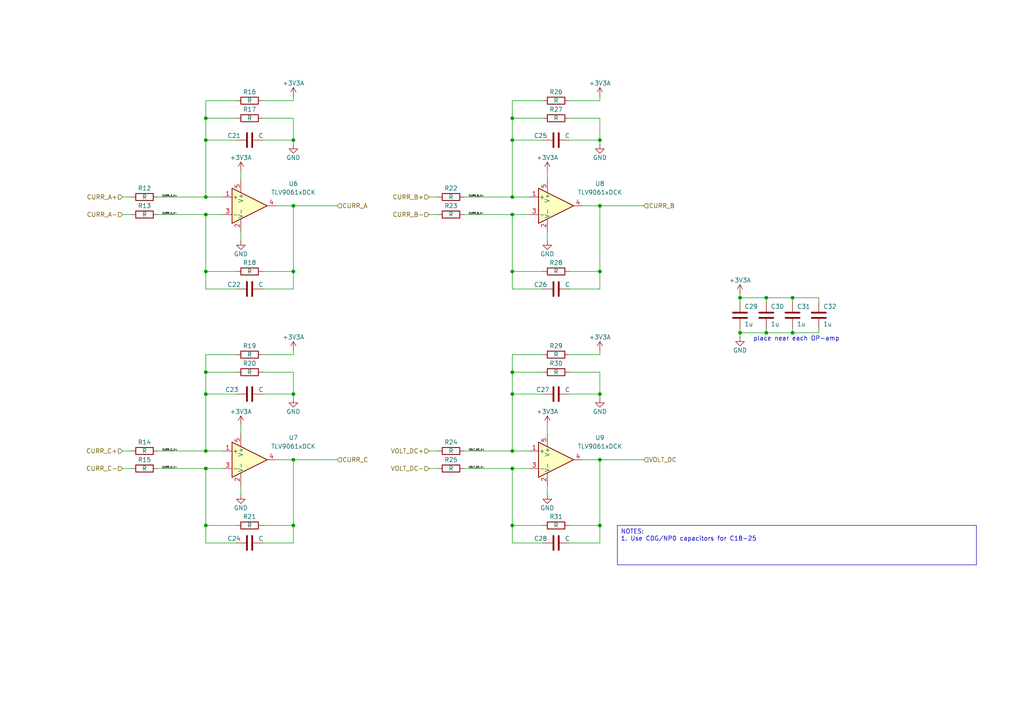
<source format=kicad_sch>
(kicad_sch (version 20250114) (generator "eeschema") (generator_version "9.0")
  (paper "A4")
  (lib_symbols
    (symbol "Amplifier_Operational:TLV9061xDCK" (pin_names (offset 0.127))
      (property "Reference" "U" (at 7.62 2.54 0))
      (property "Value" "TLV9061xDCK" (at 11.43 -2.54 0))
      (symbol "TLV9061xDCK_0_1"
        (polyline (pts (xy -2.54 5.08) (xy -2.54 -5.08) (xy 7.62 0) (xy -2.54 5.08)) (stroke (width 0.254)) (fill (type background)))
      )
      (symbol "TLV9061xDCK_1_1"
        (pin input line (at -5.08 2.54 0) (length 2.54) (name "+") (number "1"))
        (pin input line (at -5.08 -2.54 0) (length 2.54) (name "-") (number "3"))
        (pin power_in line (at 0 7.62 270) (length 3.81) (name "V+") (number "5"))
        (pin power_in line (at 0 -7.62 90) (length 3.81) (name "V-") (number "2"))
        (pin output line (at 10.16 0 180) (length 2.54) (name "~") (number "4"))
      )
    )
    (symbol "Device:C" (pin_numbers (hide yes)) (pin_names (offset 0.254))
      (property "Reference" "C" (at 0.635 2.54 0))
      (property "Value" "C" (at 0.635 -2.54 0))
      (symbol "C_0_1"
        (polyline (pts (xy -2.032 0.762) (xy 2.032 0.762)) (stroke (width 0.508)))
        (polyline (pts (xy -2.032 -0.762) (xy 2.032 -0.762)) (stroke (width 0.508)))
      )
      (symbol "C_1_1"
        (pin passive line (at 0 3.81 270) (length 2.794) (name "~") (number "1"))
        (pin passive line (at 0 -3.81 90) (length 2.794) (name "~") (number "2"))
      )
    )
    (symbol "Device:R" (pin_numbers (hide yes)) (pin_names (offset 0))
      (property "Reference" "R" (at 2.032 0 90))
      (property "Value" "R" (at 0 0 90))
      (symbol "R_0_1"
        (rectangle (start -1.016 -2.54) (end 1.016 2.54) (stroke (width 0.254)))
      )
      (symbol "R_1_1"
        (pin passive line (at 0 3.81 270) (length 1.27) (name "~") (number "1"))
        (pin passive line (at 0 -3.81 90) (length 1.27) (name "~") (number "2"))
      )
    )
    (symbol "power:+3.3VA" (power) (pin_numbers (hide yes)) (pin_names (offset 0) (hide yes))
      (property "Value" "+3.3VA" (at 0 3.556 0))
      (symbol "+3.3VA_0_1"
        (polyline (pts (xy -0.762 1.27) (xy 0 2.54)))
        (polyline (pts (xy 0 2.54) (xy 0.762 1.27)))
        (polyline (pts (xy 0 0) (xy 0 2.54)))
      )
      (symbol "+3.3VA_1_1"
        (pin power_in line (at 0 0 90) (length 0) (name "~") (number "1"))
      )
    )
    (symbol "power:GND" (power) (pin_numbers (hide yes)) (pin_names (offset 0) (hide yes))
      (property "Value" "GND" (at 0 -3.81 0))
      (symbol "GND_0_1"
        (polyline (pts (xy 0 0) (xy 0 -1.27) (xy 1.27 -1.27) (xy 0 -2.54) (xy -1.27 -1.27) (xy 0 -1.27)))
      )
      (symbol "GND_1_1"
        (pin power_in line (at 0 0 270) (length 0) (name "~") (number "1"))
      )
    )
  )
  (text "place near each OP-amp" (at 218.44 99.06 0) (effects (font (size 1.27 1.27)) (justify left bottom)))
  (text_box "NOTES:\n1. Use C0G/NP0 capacitors for C18-25" (at 179.07 152.4 0) (size 104.14 11.43) (margins 0.9525 0.9525 0.9525 0.9525) (effects (font (size 1.27 1.27)) (justify left top)))
  (junction (at 148.59 135.89))
  (junction (at 173.99 133.35))
  (junction (at 85.09 114.3))
  (junction (at 148.59 57.15))
  (junction (at 173.99 152.4))
  (junction (at 229.87 86.36))
  (junction (at 59.69 135.89))
  (junction (at 173.99 59.69))
  (junction (at 85.09 40.64))
  (junction (at 59.69 57.15))
  (junction (at 59.69 152.4))
  (junction (at 222.25 96.52))
  (junction (at 59.69 78.74))
  (junction (at 59.69 107.95))
  (junction (at 148.59 78.74))
  (junction (at 148.59 152.4))
  (junction (at 59.69 114.3))
  (junction (at 148.59 40.64))
  (junction (at 148.59 114.3))
  (junction (at 214.63 96.52))
  (junction (at 173.99 78.74))
  (junction (at 173.99 40.64))
  (junction (at 214.63 86.36))
  (junction (at 59.69 130.81))
  (junction (at 148.59 107.95))
  (junction (at 85.09 152.4))
  (junction (at 148.59 62.23))
  (junction (at 229.87 96.52))
  (junction (at 85.09 133.35))
  (junction (at 85.09 78.74))
  (junction (at 59.69 62.23))
  (junction (at 85.09 59.69))
  (junction (at 173.99 114.3))
  (junction (at 59.69 40.64))
  (junction (at 148.59 130.81))
  (junction (at 148.59 34.29))
  (junction (at 59.69 34.29))
  (junction (at 222.25 86.36))
  (wire (pts (xy 173.99 114.3) (xy 173.99 115.57)))
  (wire (pts (xy 148.59 152.4) (xy 148.59 157.48)))
  (wire (pts (xy 85.09 107.95) (xy 85.09 114.3)))
  (wire (pts (xy 214.63 86.36) (xy 214.63 87.63)))
  (wire (pts (xy 165.1 114.3) (xy 173.99 114.3)))
  (wire (pts (xy 134.62 130.81) (xy 148.59 130.81)))
  (wire (pts (xy 76.2 152.4) (xy 85.09 152.4)))
  (wire (pts (xy 157.48 34.29) (xy 148.59 34.29)))
  (wire (pts (xy 59.69 107.95) (xy 59.69 114.3)))
  (wire (pts (xy 38.1 57.15) (xy 35.56 57.15)))
  (wire (pts (xy 127 57.15) (xy 124.46 57.15)))
  (wire (pts (xy 222.25 96.52) (xy 229.87 96.52)))
  (wire (pts (xy 59.69 135.89) (xy 59.69 152.4)))
  (wire (pts (xy 148.59 135.89) (xy 148.59 152.4)))
  (wire (pts (xy 127 130.81) (xy 124.46 130.81)))
  (wire (pts (xy 59.69 34.29) (xy 59.69 40.64)))
  (wire (pts (xy 148.59 29.21) (xy 148.59 34.29)))
  (wire (pts (xy 45.72 57.15) (xy 59.69 57.15)))
  (wire (pts (xy 85.09 34.29) (xy 76.2 34.29)))
  (wire (pts (xy 69.85 123.19) (xy 69.85 125.73)))
  (wire (pts (xy 76.2 78.74) (xy 85.09 78.74)))
  (wire (pts (xy 134.62 135.89) (xy 148.59 135.89)))
  (wire (pts (xy 222.25 95.25) (xy 222.25 96.52)))
  (wire (pts (xy 229.87 86.36) (xy 237.49 86.36)))
  (wire (pts (xy 59.69 130.81) (xy 64.77 130.81)))
  (wire (pts (xy 158.75 49.53) (xy 158.75 52.07)))
  (wire (pts (xy 59.69 152.4) (xy 68.58 152.4)))
  (wire (pts (xy 148.59 130.81) (xy 153.67 130.81)))
  (wire (pts (xy 173.99 34.29) (xy 173.99 40.64)))
  (wire (pts (xy 173.99 29.21) (xy 165.1 29.21)))
  (wire (pts (xy 85.09 78.74) (xy 85.09 83.82)))
  (wire (pts (xy 165.1 152.4) (xy 173.99 152.4)))
  (wire (pts (xy 237.49 87.63) (xy 237.49 86.36)))
  (wire (pts (xy 85.09 41.91) (xy 85.09 40.64)))
  (wire (pts (xy 80.01 133.35) (xy 85.09 133.35)))
  (wire (pts (xy 68.58 102.87) (xy 59.69 102.87)))
  (wire (pts (xy 85.09 102.87) (xy 76.2 102.87)))
  (wire (pts (xy 148.59 34.29) (xy 148.59 40.64)))
  (wire (pts (xy 59.69 114.3) (xy 68.58 114.3)))
  (wire (pts (xy 148.59 114.3) (xy 148.59 130.81)))
  (wire (pts (xy 173.99 27.94) (xy 173.99 29.21)))
  (wire (pts (xy 59.69 62.23) (xy 64.77 62.23)))
  (wire (pts (xy 85.09 59.69) (xy 97.79 59.69)))
  (wire (pts (xy 76.2 114.3) (xy 85.09 114.3)))
  (wire (pts (xy 229.87 95.25) (xy 229.87 96.52)))
  (wire (pts (xy 69.85 143.51) (xy 69.85 140.97)))
  (wire (pts (xy 68.58 157.48) (xy 59.69 157.48)))
  (wire (pts (xy 85.09 29.21) (xy 76.2 29.21)))
  (wire (pts (xy 80.01 59.69) (xy 85.09 59.69)))
  (wire (pts (xy 173.99 133.35) (xy 186.69 133.35)))
  (wire (pts (xy 38.1 130.81) (xy 35.56 130.81)))
  (wire (pts (xy 35.56 62.23) (xy 38.1 62.23)))
  (wire (pts (xy 85.09 34.29) (xy 85.09 40.64)))
  (wire (pts (xy 124.46 62.23) (xy 127 62.23)))
  (wire (pts (xy 148.59 114.3) (xy 157.48 114.3)))
  (wire (pts (xy 85.09 59.69) (xy 85.09 78.74)))
  (wire (pts (xy 85.09 101.6) (xy 85.09 102.87)))
  (wire (pts (xy 173.99 34.29) (xy 165.1 34.29)))
  (wire (pts (xy 237.49 95.25) (xy 237.49 96.52)))
  (wire (pts (xy 69.85 69.85) (xy 69.85 67.31)))
  (wire (pts (xy 165.1 40.64) (xy 173.99 40.64)))
  (wire (pts (xy 168.91 133.35) (xy 173.99 133.35)))
  (wire (pts (xy 165.1 83.82) (xy 173.99 83.82)))
  (wire (pts (xy 59.69 78.74) (xy 68.58 78.74)))
  (wire (pts (xy 157.48 107.95) (xy 148.59 107.95)))
  (wire (pts (xy 165.1 78.74) (xy 173.99 78.74)))
  (wire (pts (xy 148.59 78.74) (xy 148.59 83.82)))
  (wire (pts (xy 148.59 102.87) (xy 148.59 107.95)))
  (wire (pts (xy 165.1 157.48) (xy 173.99 157.48)))
  (wire (pts (xy 158.75 123.19) (xy 158.75 125.73)))
  (wire (pts (xy 173.99 78.74) (xy 173.99 83.82)))
  (wire (pts (xy 173.99 59.69) (xy 186.69 59.69)))
  (wire (pts (xy 68.58 29.21) (xy 59.69 29.21)))
  (wire (pts (xy 148.59 57.15) (xy 153.67 57.15)))
  (wire (pts (xy 68.58 34.29) (xy 59.69 34.29)))
  (wire (pts (xy 59.69 135.89) (xy 64.77 135.89)))
  (wire (pts (xy 69.85 49.53) (xy 69.85 52.07)))
  (wire (pts (xy 134.62 57.15) (xy 148.59 57.15)))
  (wire (pts (xy 68.58 83.82) (xy 59.69 83.82)))
  (wire (pts (xy 148.59 135.89) (xy 153.67 135.89)))
  (wire (pts (xy 157.48 157.48) (xy 148.59 157.48)))
  (wire (pts (xy 85.09 152.4) (xy 85.09 157.48)))
  (wire (pts (xy 45.72 135.89) (xy 59.69 135.89)))
  (wire (pts (xy 214.63 86.36) (xy 222.25 86.36)))
  (wire (pts (xy 76.2 157.48) (xy 85.09 157.48)))
  (wire (pts (xy 148.59 62.23) (xy 148.59 78.74)))
  (wire (pts (xy 168.91 59.69) (xy 173.99 59.69)))
  (wire (pts (xy 148.59 107.95) (xy 148.59 114.3)))
  (wire (pts (xy 148.59 62.23) (xy 153.67 62.23)))
  (wire (pts (xy 85.09 107.95) (xy 76.2 107.95)))
  (wire (pts (xy 45.72 62.23) (xy 59.69 62.23)))
  (wire (pts (xy 59.69 78.74) (xy 59.69 83.82)))
  (wire (pts (xy 35.56 135.89) (xy 38.1 135.89)))
  (wire (pts (xy 173.99 107.95) (xy 173.99 114.3)))
  (wire (pts (xy 173.99 107.95) (xy 165.1 107.95)))
  (wire (pts (xy 173.99 101.6) (xy 173.99 102.87)))
  (wire (pts (xy 173.99 102.87) (xy 165.1 102.87)))
  (wire (pts (xy 85.09 27.94) (xy 85.09 29.21)))
  (wire (pts (xy 59.69 152.4) (xy 59.69 157.48)))
  (wire (pts (xy 59.69 114.3) (xy 59.69 130.81)))
  (wire (pts (xy 68.58 107.95) (xy 59.69 107.95)))
  (wire (pts (xy 59.69 29.21) (xy 59.69 34.29)))
  (wire (pts (xy 59.69 62.23) (xy 59.69 78.74)))
  (wire (pts (xy 222.25 86.36) (xy 222.25 87.63)))
  (wire (pts (xy 124.46 135.89) (xy 127 135.89)))
  (wire (pts (xy 158.75 69.85) (xy 158.75 67.31)))
  (wire (pts (xy 173.99 133.35) (xy 173.99 152.4)))
  (wire (pts (xy 173.99 152.4) (xy 173.99 157.48)))
  (wire (pts (xy 229.87 96.52) (xy 237.49 96.52)))
  (wire (pts (xy 158.75 143.51) (xy 158.75 140.97)))
  (wire (pts (xy 173.99 41.91) (xy 173.99 40.64)))
  (wire (pts (xy 45.72 130.81) (xy 59.69 130.81)))
  (wire (pts (xy 59.69 40.64) (xy 59.69 57.15)))
  (wire (pts (xy 59.69 40.64) (xy 68.58 40.64)))
  (wire (pts (xy 85.09 114.3) (xy 85.09 115.57)))
  (wire (pts (xy 134.62 62.23) (xy 148.59 62.23)))
  (wire (pts (xy 148.59 78.74) (xy 157.48 78.74)))
  (wire (pts (xy 76.2 40.64) (xy 85.09 40.64)))
  (wire (pts (xy 148.59 152.4) (xy 157.48 152.4)))
  (wire (pts (xy 85.09 133.35) (xy 97.79 133.35)))
  (wire (pts (xy 214.63 95.25) (xy 214.63 96.52)))
  (wire (pts (xy 214.63 96.52) (xy 214.63 97.79)))
  (wire (pts (xy 59.69 57.15) (xy 64.77 57.15)))
  (wire (pts (xy 229.87 86.36) (xy 229.87 87.63)))
  (wire (pts (xy 214.63 96.52) (xy 222.25 96.52)))
  (wire (pts (xy 85.09 133.35) (xy 85.09 152.4)))
  (wire (pts (xy 222.25 86.36) (xy 229.87 86.36)))
  (wire (pts (xy 157.48 102.87) (xy 148.59 102.87)))
  (wire (pts (xy 173.99 59.69) (xy 173.99 78.74)))
  (wire (pts (xy 148.59 40.64) (xy 157.48 40.64)))
  (wire (pts (xy 76.2 83.82) (xy 85.09 83.82)))
  (wire (pts (xy 148.59 40.64) (xy 148.59 57.15)))
  (wire (pts (xy 59.69 102.87) (xy 59.69 107.95)))
  (wire (pts (xy 157.48 83.82) (xy 148.59 83.82)))
  (wire (pts (xy 214.63 85.09) (xy 214.63 86.36)))
  (wire (pts (xy 157.48 29.21) (xy 148.59 29.21)))
  (label "CURR_A_V-" (at 46.99 62.23 0) (effects (font (size 0.5 0.5))))
  (label "CURR_B_V-" (at 135.89 62.23 0) (effects (font (size 0.5 0.5))))
  (label "VOLT_DC_V+" (at 135.89 130.81 0) (effects (font (size 0.5 0.5))))
  (label "VOLT_DC_V-" (at 135.89 135.89 0) (effects (font (size 0.5 0.5))))
  (label "CURR_C_V+" (at 46.99 130.81 0) (effects (font (size 0.5 0.5))))
  (label "CURR_B_V+" (at 135.89 57.15 0) (effects (font (size 0.5 0.5))))
  (label "CURR_A_V+" (at 46.99 57.15 0) (effects (font (size 0.5 0.5))))
  (label "CURR_C_V-" (at 46.99 135.89 0) (effects (font (size 0.5 0.5))))
  (hierarchical_label "VOLT_DC-" (shape input) (at 124.46 135.89 180))
  (hierarchical_label "CURR_C" (shape input) (at 97.79 133.35 0))
  (hierarchical_label "CURR_A+" (shape input) (at 35.56 57.15 180))
  (hierarchical_label "CURR_B-" (shape input) (at 124.46 62.23 180))
  (hierarchical_label "CURR_C-" (shape input) (at 35.56 135.89 180))
  (hierarchical_label "CURR_A" (shape input) (at 97.79 59.69 0))
  (hierarchical_label "VOLT_DC" (shape input) (at 186.69 133.35 0))
  (hierarchical_label "CURR_C+" (shape input) (at 35.56 130.81 180))
  (hierarchical_label "CURR_A-" (shape input) (at 35.56 62.23 180))
  (hierarchical_label "VOLT_DC+" (shape input) (at 124.46 130.81 180))
  (hierarchical_label "CURR_B+" (shape input) (at 124.46 57.15 180))
  (hierarchical_label "CURR_B" (shape input) (at 186.69 59.69 0))
  (symbol (lib_id "Device:C") (at 72.39 83.82 90) (unit 1)
    (property "Reference" "C22" (at 69.85 82.55 90) (effects (justify left)))
    (property "Value" "C" (at 74.93 82.55 90) (effects (justify right)))
    (property "Footprint" "Capacitor_SMD:C_0603_1608Metric" (effects (hide yes)))
    (property "Description" "Unpolarized capacitor" (effects (hide yes)))
  )
  (symbol (lib_id "power:GND") (at 85.09 115.57 0) (unit 1)
    (property "Reference" "#PWR077" (effects (hide yes)))
    (property "Value" "GND" (at 85.09 119.38 0))
    (property "Description" "Power symbol creates a global label with name \"GND\" , ground" (effects (hide yes)))
  )
  (symbol (lib_id "Device:C") (at 161.29 157.48 90) (unit 1)
    (property "Reference" "C28" (at 158.75 156.21 90) (effects (justify left)))
    (property "Value" "C" (at 163.83 156.21 90) (effects (justify right)))
    (property "Footprint" "Capacitor_SMD:C_0603_1608Metric" (effects (hide yes)))
    (property "Description" "Unpolarized capacitor" (effects (hide yes)))
  )
  (symbol (lib_id "Device:C") (at 72.39 114.3 90) (unit 1)
    (property "Reference" "C23" (at 69.215 113.03 90) (effects (justify left)))
    (property "Value" "C" (at 74.93 113.03 90) (effects (justify right)))
    (property "Footprint" "Capacitor_SMD:C_0603_1608Metric" (effects (hide yes)))
    (property "Description" "Unpolarized capacitor" (effects (hide yes)))
  )
  (symbol (lib_id "Device:R") (at 161.29 152.4 90) (unit 1)
    (property "Reference" "R31" (at 161.29 149.86 90))
    (property "Value" "R" (at 161.29 152.4 90))
    (property "Footprint" "Resistor_SMD:R_0603_1608Metric" (effects (hide yes)))
    (property "Description" "Resistor" (effects (hide yes)))
  )
  (symbol (lib_id "Device:C") (at 161.29 114.3 90) (unit 1)
    (property "Reference" "C27" (at 159.385 113.03 90) (effects (justify left)))
    (property "Value" "C" (at 163.83 113.03 90) (effects (justify right)))
    (property "Footprint" "Capacitor_SMD:C_0603_1608Metric" (effects (hide yes)))
    (property "Description" "Unpolarized capacitor" (effects (hide yes)))
  )
  (symbol (lib_id "power:GND") (at 158.75 69.85 0) (unit 1)
    (property "Reference" "#PWR079" (effects (hide yes)))
    (property "Value" "GND" (at 158.75 73.66 0))
    (property "Description" "Power symbol creates a global label with name \"GND\" , ground" (effects (hide yes)))
  )
  (symbol (lib_id "Device:R") (at 72.39 29.21 90) (unit 1)
    (property "Reference" "R16" (at 72.39 26.67 90))
    (property "Value" "R" (at 72.39 29.21 90))
    (property "Footprint" "Resistor_SMD:R_0603_1608Metric" (effects (hide yes)))
    (property "Description" "Resistor" (effects (hide yes)))
  )
  (symbol (lib_id "power:GND") (at 158.75 143.51 0) (unit 1)
    (property "Reference" "#PWR081" (effects (hide yes)))
    (property "Value" "GND" (at 158.75 147.32 0))
    (property "Description" "Power symbol creates a global label with name \"GND\" , ground" (effects (hide yes)))
  )
  (symbol (lib_id "Device:C") (at 222.25 91.44 0) (unit 1)
    (property "Reference" "C30" (at 223.52 88.9 0) (effects (justify left)))
    (property "Value" "1u" (at 223.52 93.98 0) (effects (justify left)))
    (property "Footprint" "Capacitor_SMD:C_0402_1005Metric" (effects (hide yes)))
    (property "Description" "Unpolarized capacitor" (effects (hide yes)))
  )
  (symbol (lib_id "power:+3.3VA") (at 214.63 85.09 0) (unit 1)
    (property "Reference" "#PWR086" (effects (hide yes)))
    (property "Value" "+3V3A" (at 214.63 81.28 0))
    (property "Description" "Power symbol creates a global label with name \"+3.3VA\"" (effects (hide yes)))
  )
  (symbol (lib_id "power:GND") (at 173.99 41.91 0) (unit 1)
    (property "Reference" "#PWR083" (effects (hide yes)))
    (property "Value" "GND" (at 173.99 45.72 0))
    (property "Description" "Power symbol creates a global label with name \"GND\" , ground" (effects (hide yes)))
  )
  (symbol (lib_id "Device:R") (at 130.81 135.89 90) (unit 1)
    (property "Reference" "R25" (at 130.81 133.35 90))
    (property "Value" "R" (at 130.81 135.89 90))
    (property "Footprint" "Resistor_SMD:R_0603_1608Metric" (effects (hide yes)))
    (property "Description" "Resistor" (effects (hide yes)))
  )
  (symbol (lib_id "Device:R") (at 41.91 62.23 90) (unit 1)
    (property "Reference" "R13" (at 41.91 59.69 90))
    (property "Value" "R" (at 41.91 62.23 90))
    (property "Footprint" "Resistor_SMD:R_0603_1608Metric" (effects (hide yes)))
    (property "Description" "Resistor" (effects (hide yes)))
  )
  (symbol (lib_id "power:GND") (at 214.63 97.79 0) (unit 1)
    (property "Reference" "#PWR087" (effects (hide yes)))
    (property "Value" "GND" (at 214.63 101.6 0))
    (property "Description" "Power symbol creates a global label with name \"GND\" , ground" (effects (hide yes)))
  )
  (symbol (lib_id "Device:R") (at 72.39 34.29 90) (unit 1)
    (property "Reference" "R17" (at 72.39 31.75 90))
    (property "Value" "R" (at 72.39 34.29 90))
    (property "Footprint" "Resistor_SMD:R_0603_1608Metric" (effects (hide yes)))
    (property "Description" "Resistor" (effects (hide yes)))
  )
  (symbol (lib_id "Device:C") (at 229.87 91.44 0) (unit 1)
    (property "Reference" "C31" (at 231.14 88.9 0) (effects (justify left)))
    (property "Value" "1u" (at 231.14 93.98 0) (effects (justify left)))
    (property "Footprint" "Capacitor_SMD:C_0402_1005Metric" (effects (hide yes)))
    (property "Description" "Unpolarized capacitor" (effects (hide yes)))
  )
  (symbol (lib_id "power:GND") (at 69.85 143.51 0) (unit 1)
    (property "Reference" "#PWR073" (effects (hide yes)))
    (property "Value" "GND" (at 69.85 147.32 0))
    (property "Description" "Power symbol creates a global label with name \"GND\" , ground" (effects (hide yes)))
  )
  (symbol (lib_id "Device:R") (at 72.39 102.87 90) (unit 1)
    (property "Reference" "R19" (at 72.39 100.33 90))
    (property "Value" "R" (at 72.39 102.87 90))
    (property "Footprint" "Resistor_SMD:R_0603_1608Metric" (effects (hide yes)))
    (property "Description" "Resistor" (effects (hide yes)))
  )
  (symbol (lib_id "Device:C") (at 161.29 83.82 90) (unit 1)
    (property "Reference" "C26" (at 158.75 82.55 90) (effects (justify left)))
    (property "Value" "C" (at 163.83 82.55 90) (effects (justify right)))
    (property "Footprint" "Capacitor_SMD:C_0603_1608Metric" (effects (hide yes)))
    (property "Description" "Unpolarized capacitor" (effects (hide yes)))
  )
  (symbol (lib_id "Device:R") (at 130.81 62.23 90) (unit 1)
    (property "Reference" "R23" (at 130.81 59.69 90))
    (property "Value" "R" (at 130.81 62.23 90))
    (property "Footprint" "Resistor_SMD:R_0603_1608Metric" (effects (hide yes)))
    (property "Description" "Resistor" (effects (hide yes)))
  )
  (symbol (lib_id "power:+3.3VA") (at 85.09 101.6 0) (unit 1)
    (property "Reference" "#PWR076" (effects (hide yes)))
    (property "Value" "+3V3A" (at 85.09 97.79 0))
    (property "Description" "Power symbol creates a global label with name \"+3.3VA\"" (effects (hide yes)))
  )
  (symbol (lib_id "Device:R") (at 72.39 152.4 90) (unit 1)
    (property "Reference" "R21" (at 72.39 149.86 90))
    (property "Value" "R" (at 72.39 152.4 90))
    (property "Footprint" "Resistor_SMD:R_0603_1608Metric" (effects (hide yes)))
    (property "Description" "Resistor" (effects (hide yes)))
  )
  (symbol (lib_id "power:+3.3VA") (at 173.99 27.94 0) (unit 1)
    (property "Reference" "#PWR082" (effects (hide yes)))
    (property "Value" "+3V3A" (at 173.99 24.13 0))
    (property "Description" "Power symbol creates a global label with name \"+3.3VA\"" (effects (hide yes)))
  )
  (symbol (lib_id "Device:R") (at 72.39 107.95 90) (unit 1)
    (property "Reference" "R20" (at 72.39 105.41 90))
    (property "Value" "R" (at 72.39 107.95 90))
    (property "Footprint" "Resistor_SMD:R_0603_1608Metric" (effects (hide yes)))
    (property "Description" "Resistor" (effects (hide yes)))
  )
  (symbol (lib_id "power:+3.3VA") (at 69.85 123.19 0) (unit 1)
    (property "Reference" "#PWR072" (effects (hide yes)))
    (property "Value" "+3V3A" (at 69.85 119.38 0))
    (property "Description" "Power symbol creates a global label with name \"+3.3VA\"" (effects (hide yes)))
  )
  (symbol (lib_id "Amplifier_Operational:TLV9061xDCK") (at 69.85 59.69 0) (unit 1)
    (property "Reference" "U6" (at 85.09 53.2698 0))
    (property "Value" "TLV9061xDCK" (at 85.09 55.8098 0))
    (property "Footprint" "Package_TO_SOT_SMD:SOT-353_SC-70-5" (effects (hide yes)))
    (property "Datasheet" "https://www.ti.com/lit/ds/symlink/tlv9061.pdf" (effects (hide yes)))
    (property "Description" "10-MHz, RRIO, CMOS Operational Amplifiers for Cost-Sensitive Systems, SC-70" (effects (hide yes)))
  )
  (symbol (lib_id "Device:R") (at 130.81 130.81 90) (unit 1)
    (property "Reference" "R24" (at 130.81 128.27 90))
    (property "Value" "R" (at 130.81 130.81 90))
    (property "Footprint" "Resistor_SMD:R_0603_1608Metric" (effects (hide yes)))
    (property "Description" "Resistor" (effects (hide yes)))
  )
  (symbol (lib_id "Device:R") (at 41.91 130.81 90) (unit 1)
    (property "Reference" "R14" (at 41.91 128.27 90))
    (property "Value" "R" (at 41.91 130.81 90))
    (property "Footprint" "Resistor_SMD:R_0603_1608Metric" (effects (hide yes)))
    (property "Description" "Resistor" (effects (hide yes)))
  )
  (symbol (lib_id "Device:C") (at 72.39 40.64 90) (unit 1)
    (property "Reference" "C21" (at 69.85 39.37 90) (effects (justify left)))
    (property "Value" "C" (at 74.93 39.37 90) (effects (justify right)))
    (property "Footprint" "Capacitor_SMD:C_0603_1608Metric" (effects (hide yes)))
    (property "Description" "Unpolarized capacitor" (effects (hide yes)))
  )
  (symbol (lib_id "Device:R") (at 161.29 107.95 90) (unit 1)
    (property "Reference" "R30" (at 161.29 105.41 90))
    (property "Value" "R" (at 161.29 107.95 90))
    (property "Footprint" "Resistor_SMD:R_0603_1608Metric" (effects (hide yes)))
    (property "Description" "Resistor" (effects (hide yes)))
  )
  (symbol (lib_id "power:GND") (at 69.85 69.85 0) (unit 1)
    (property "Reference" "#PWR071" (effects (hide yes)))
    (property "Value" "GND" (at 69.85 73.66 0))
    (property "Description" "Power symbol creates a global label with name \"GND\" , ground" (effects (hide yes)))
  )
  (symbol (lib_id "Amplifier_Operational:TLV9061xDCK") (at 158.75 59.69 0) (unit 1)
    (property "Reference" "U8" (at 173.99 53.2698 0))
    (property "Value" "TLV9061xDCK" (at 173.99 55.8098 0))
    (property "Footprint" "Package_TO_SOT_SMD:SOT-353_SC-70-5" (effects (hide yes)))
    (property "Datasheet" "https://www.ti.com/lit/ds/symlink/tlv9061.pdf" (effects (hide yes)))
    (property "Description" "10-MHz, RRIO, CMOS Operational Amplifiers for Cost-Sensitive Systems, SC-70" (effects (hide yes)))
  )
  (symbol (lib_id "Device:R") (at 130.81 57.15 90) (unit 1)
    (property "Reference" "R22" (at 130.81 54.61 90))
    (property "Value" "R" (at 130.81 57.15 90))
    (property "Footprint" "Resistor_SMD:R_0603_1608Metric" (effects (hide yes)))
    (property "Description" "Resistor" (effects (hide yes)))
  )
  (symbol (lib_id "Device:R") (at 161.29 29.21 90) (unit 1)
    (property "Reference" "R26" (at 161.29 26.67 90))
    (property "Value" "R" (at 161.29 29.21 90))
    (property "Footprint" "Resistor_SMD:R_0603_1608Metric" (effects (hide yes)))
    (property "Description" "Resistor" (effects (hide yes)))
  )
  (symbol (lib_id "Device:C") (at 214.63 91.44 0) (unit 1)
    (property "Reference" "C29" (at 215.9 88.9 0) (effects (justify left)))
    (property "Value" "1u" (at 215.9 93.98 0) (effects (justify left)))
    (property "Footprint" "Capacitor_SMD:C_0402_1005Metric" (effects (hide yes)))
    (property "Description" "Unpolarized capacitor" (effects (hide yes)))
  )
  (symbol (lib_id "power:+3.3VA") (at 69.85 49.53 0) (unit 1)
    (property "Reference" "#PWR070" (effects (hide yes)))
    (property "Value" "+3V3A" (at 69.85 45.72 0))
    (property "Description" "Power symbol creates a global label with name \"+3.3VA\"" (effects (hide yes)))
  )
  (symbol (lib_id "Device:C") (at 237.49 91.44 0) (unit 1)
    (property "Reference" "C32" (at 238.76 88.9 0) (effects (justify left)))
    (property "Value" "1u" (at 238.76 93.98 0) (effects (justify left)))
    (property "Footprint" "Capacitor_SMD:C_0402_1005Metric" (effects (hide yes)))
    (property "Description" "Unpolarized capacitor" (effects (hide yes)))
  )
  (symbol (lib_id "Amplifier_Operational:TLV9061xDCK") (at 158.75 133.35 0) (unit 1)
    (property "Reference" "U9" (at 173.99 126.9298 0))
    (property "Value" "TLV9061xDCK" (at 173.99 129.4698 0))
    (property "Footprint" "Package_TO_SOT_SMD:SOT-353_SC-70-5" (effects (hide yes)))
    (property "Datasheet" "https://www.ti.com/lit/ds/symlink/tlv9061.pdf" (effects (hide yes)))
    (property "Description" "10-MHz, RRIO, CMOS Operational Amplifiers for Cost-Sensitive Systems, SC-70" (effects (hide yes)))
  )
  (symbol (lib_id "power:+3.3VA") (at 158.75 49.53 0) (unit 1)
    (property "Reference" "#PWR078" (effects (hide yes)))
    (property "Value" "+3V3A" (at 158.75 45.72 0))
    (property "Description" "Power symbol creates a global label with name \"+3.3VA\"" (effects (hide yes)))
  )
  (symbol (lib_id "power:GND") (at 85.09 41.91 0) (unit 1)
    (property "Reference" "#PWR075" (effects (hide yes)))
    (property "Value" "GND" (at 85.09 45.72 0))
    (property "Description" "Power symbol creates a global label with name \"GND\" , ground" (effects (hide yes)))
  )
  (symbol (lib_id "Amplifier_Operational:TLV9061xDCK") (at 69.85 133.35 0) (unit 1)
    (property "Reference" "U7" (at 85.09 126.9298 0))
    (property "Value" "TLV9061xDCK" (at 85.09 129.4698 0))
    (property "Footprint" "Package_TO_SOT_SMD:SOT-353_SC-70-5" (effects (hide yes)))
    (property "Datasheet" "https://www.ti.com/lit/ds/symlink/tlv9061.pdf" (effects (hide yes)))
    (property "Description" "10-MHz, RRIO, CMOS Operational Amplifiers for Cost-Sensitive Systems, SC-70" (effects (hide yes)))
  )
  (symbol (lib_id "Device:R") (at 41.91 135.89 90) (unit 1)
    (property "Reference" "R15" (at 41.91 133.35 90))
    (property "Value" "R" (at 41.91 135.89 90))
    (property "Footprint" "Resistor_SMD:R_0603_1608Metric" (effects (hide yes)))
    (property "Description" "Resistor" (effects (hide yes)))
  )
  (symbol (lib_id "Device:R") (at 161.29 102.87 90) (unit 1)
    (property "Reference" "R29" (at 161.29 100.33 90))
    (property "Value" "R" (at 161.29 102.87 90))
    (property "Footprint" "Resistor_SMD:R_0603_1608Metric" (effects (hide yes)))
    (property "Description" "Resistor" (effects (hide yes)))
  )
  (symbol (lib_id "Device:R") (at 41.91 57.15 90) (unit 1)
    (property "Reference" "R12" (at 41.91 54.61 90))
    (property "Value" "R" (at 41.91 57.15 90))
    (property "Footprint" "Resistor_SMD:R_0603_1608Metric" (effects (hide yes)))
    (property "Description" "Resistor" (effects (hide yes)))
  )
  (symbol (lib_id "Device:R") (at 72.39 78.74 90) (unit 1)
    (property "Reference" "R18" (at 72.39 76.2 90))
    (property "Value" "R" (at 72.39 78.74 90))
    (property "Footprint" "Resistor_SMD:R_0603_1608Metric" (effects (hide yes)))
    (property "Description" "Resistor" (effects (hide yes)))
  )
  (symbol (lib_id "power:+3.3VA") (at 85.09 27.94 0) (unit 1)
    (property "Reference" "#PWR074" (effects (hide yes)))
    (property "Value" "+3V3A" (at 85.09 24.13 0))
    (property "Description" "Power symbol creates a global label with name \"+3.3VA\"" (effects (hide yes)))
  )
  (symbol (lib_id "Device:R") (at 161.29 78.74 90) (unit 1)
    (property "Reference" "R28" (at 161.29 76.2 90))
    (property "Value" "R" (at 161.29 78.74 90))
    (property "Footprint" "Resistor_SMD:R_0603_1608Metric" (effects (hide yes)))
    (property "Description" "Resistor" (effects (hide yes)))
  )
  (symbol (lib_id "power:+3.3VA") (at 173.99 101.6 0) (unit 1)
    (property "Reference" "#PWR084" (effects (hide yes)))
    (property "Value" "+3V3A" (at 173.99 97.79 0))
    (property "Description" "Power symbol creates a global label with name \"+3.3VA\"" (effects (hide yes)))
  )
  (symbol (lib_id "power:GND") (at 173.99 115.57 0) (unit 1)
    (property "Reference" "#PWR085" (effects (hide yes)))
    (property "Value" "GND" (at 173.99 119.38 0))
    (property "Description" "Power symbol creates a global label with name \"GND\" , ground" (effects (hide yes)))
  )
  (symbol (lib_id "power:+3.3VA") (at 158.75 123.19 0) (unit 1)
    (property "Reference" "#PWR080" (effects (hide yes)))
    (property "Value" "+3V3A" (at 158.75 119.38 0))
    (property "Description" "Power symbol creates a global label with name \"+3.3VA\"" (effects (hide yes)))
  )
  (symbol (lib_id "Device:R") (at 161.29 34.29 90) (unit 1)
    (property "Reference" "R27" (at 161.29 31.75 90))
    (property "Value" "R" (at 161.29 34.29 90))
    (property "Footprint" "Resistor_SMD:R_0603_1608Metric" (effects (hide yes)))
    (property "Description" "Resistor" (effects (hide yes)))
  )
  (symbol (lib_id "Device:C") (at 161.29 40.64 90) (unit 1)
    (property "Reference" "C25" (at 158.75 39.37 90) (effects (justify left)))
    (property "Value" "C" (at 163.83 39.37 90) (effects (justify right)))
    (property "Footprint" "Capacitor_SMD:C_0603_1608Metric" (effects (hide yes)))
    (property "Description" "Unpolarized capacitor" (effects (hide yes)))
  )
  (symbol (lib_id "Device:C") (at 72.39 157.48 90) (unit 1)
    (property "Reference" "C24" (at 69.85 156.21 90) (effects (justify left)))
    (property "Value" "C" (at 74.93 156.21 90) (effects (justify right)))
    (property "Footprint" "Capacitor_SMD:C_0603_1608Metric" (effects (hide yes)))
    (property "Description" "Unpolarized capacitor" (effects (hide yes)))
  )
)
</source>
